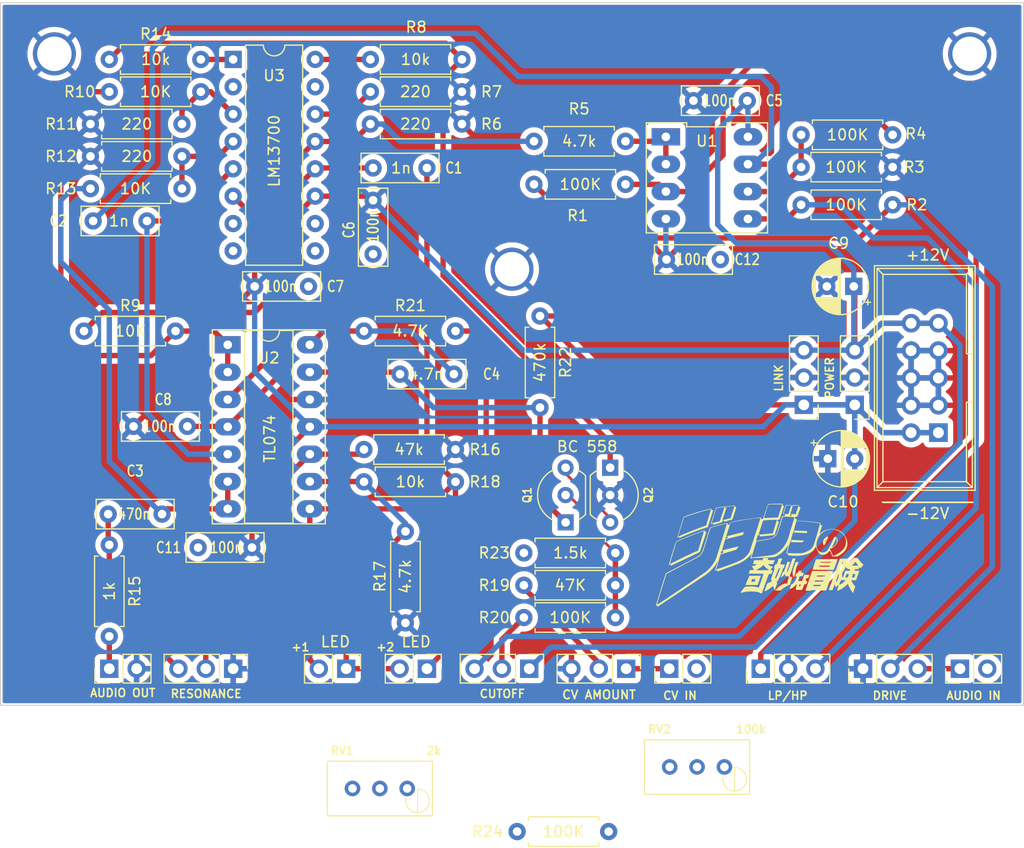
<source format=kicad_pcb>
(kicad_pcb (version 20221018) (generator pcbnew)
  (layers (0 "F.Cu" signal) (31 "B.Cu" signal) (34 "B.Paste" user) (35 "F.Paste" user) (36 "B.SilkS" user "B.Silkscreen") (37 "F.SilkS" user "F.Silkscreen") (38 "B.Mask" user) (39 "F.Mask" user) (44 "Edge.Cuts" user))
  (net 0 "")
  (net 1 "+12V")
  (net 2 "Net-(R20-Pad1)")
  (net 3 "-12V")
  (net 4 "Net-(J2-PadT)")
  (net 5 "Net-(R19-Pad1)")
  (net 6 "GND")
  (net 7 "Net-(R16-Pad2)")
  (net 8 "Net-(C3-Pad2)")
  (net 9 "Net-(J1-PadT)")
  (net 10 "Net-(R1-Pad1)")
  (net 11 "Net-(R1-Pad2)")
  (net 12 "Net-(R2-Pad2)")
  (net 13 "Net-(R24-Pad1)")
  (net 14 "Net-(R23-Pad1)")
  (net 15 "Net-(R14-Pad2)")
  (net 16 "Net-(CV1-Pad2)")
  (net 17 "Net-(U1A-+)")
  (net 18 "Net-(U1B-+)")
  (net 23 "Net-(U2C-+)")
  (net 24 "Net-(CUTOFF1-Pad2)")
  (net 25 "Net-(DRIVE1-Pad2)")
  (net 26 "Net-(R8-Pad2)")
  (net 27 "CUT")
  (net 28 "Net-(+1-K)")
  (net 29 "Net-(+1-A)")
  (net 30 "Net-(C4-Pad1)")
  (net 31 "Net-(Q1-C)")
  (net 32 "Net-(Q1-B)")
  (net 33 "Net-(C2-Pad2)")
  (net 34 "Net-(J3-PadT)")
  (net 35 "Net-(Q1-E)")
  (net 37 "Net-(U3C-+)")
  (net 38 "Net-(U3C--)")
  (net 39 "Net-(U2B-+)")
  (net 40 "Net-(U2A-+)")
  (net 41 "Net-(U3A--)")
  (net 42 "Net-(U3A-+)")
  (net 44 "Net-(U2A--)")
  (net 45 "Net-(U2B--)")
  (net 46 "Net-(U1A--)")
  (net 47 "Net-(U1B--)")
  (footprint "ao_tht:Potentiometer_Bourns_3296W_Vertical" (layer "F.Cu") (at 146.56 141.1)
    (fp_text reference "RV2")
    (fp_text value "100k")
  )
  (footprint "KOSMO:R" (layer "F.Cu") (at 91.975 120.975 -90)
    (fp_text reference "R15")
    (fp_text value "1k")
  )
  (footprint "KOSMO:R" (layer "F.Cu") (at 164.225 88.895 180)
    (fp_text reference "R2")
    (fp_text value "100K")
  )
  (footprint "KOSMO:BOX cap" (layer "F.Cu") (at 99.225 109.475 180)
    (fp_text reference "C8")
    (fp_text value "100n")
  )
  (footprint "KOSMO:R" (layer "F.Cu") (at 131.915 86.995)
    (fp_text reference "R1")
    (fp_text value "100K")
  )
  (footprint "KOSMO:R" (layer "F.Cu") (at 164.225 85.395 180)
    (fp_text reference "R3")
    (fp_text value "100K")
  )
  (footprint "ao_tht:PinHeader_1x03_P2.54mm_Vertical" (layer "F.Cu") (at 156.475 104.975 90)
    (fp_text reference "LINK")
    (fp_text value "POWER" hide)
  )
  (footprint "ao_tht:PinHeader_1x03_P2.54mm_Vertical" (layer "F.Cu") (at 100.975 131.975 180)
    (fp_text reference "RESONANCE")
    (fp_text value "100K" hide)
  )
  (footprint "ao_tht:PinHeader_1x02_P2.54mm_Vertical" (layer "F.Cu") (at 144.975 131.975)
    (fp_text reference "J2" hide)
    (fp_text value "CV IN")
  )
  (footprint "KOSMO:BOX cap" (layer "F.Cu") (at 95.475 90.395 180)
    (fp_text reference "C2")
    (fp_text value "1n")
  )
  (footprint "KOSMO:BOX cap" (layer "F.Cu") (at 116.475 93.475 90)
    (fp_text reference "C6")
    (fp_text value "100n")
  )
  (footprint "ao_tht:PinHeader_1x03_P2.54mm_Vertical" (layer "F.Cu") (at 164.475 131.975)
    (fp_text reference "DRIVE")
    (fp_text value "100K" hide)
  )
  (footprint "ao_tht:PinHeader_1x03_P2.54mm_Vertical" (layer "F.Cu") (at 128.475 131.975 180)
    (fp_text reference "CUTOFF")
    (fp_text value "100K")
  )
  (footprint "KOSMO:R" (layer "F.Cu") (at 116.125 114.62)
    (fp_text reference "R18")
    (fp_text value "10k")
  )
  (footprint "KOSMO:R" (layer "F.Cu") (at 123.625 111.62 180)
    (fp_text reference "R16")
    (fp_text value "47k")
  )
  (footprint "KOSMO:BOX cap" (layer "F.Cu") (at 100.225 120.725)
    (fp_text reference "C11")
    (fp_text value "100n")
  )
  (footprint "KOSMO:BOX cap" (layer "F.Cu") (at 123.975 104.62 180)
    (fp_text reference "C4")
    (fp_text value "4.7n")
  )
  (footprint "KOSMO:R" (layer "F.Cu") (at 98.225 87.395 180)
    (fp_text reference "R13")
    (fp_text value "10K")
  )
  (footprint "ao_tht:PinHeader_1x02_P2.54mm_Vertical" (layer "F.Cu") (at 120.475 131.975 180)
    (fp_text reference "+2")
    (fp_text value "LED")
  )
  (footprint "KOSMO:R" (layer "F.Cu") (at 130.35 147.1)
    (fp_text reference "R24")
    (fp_text value "100K")
  )
  (footprint "ao_tht:PinHeader_1x03_P2.54mm_Vertical" (layer "F.Cu") (at 161.205 104.975 90)
    (fp_text reference "POWER")
    (fp_text value "POWER" hide)
  )
  (footprint "KOSMO:TL072" (layer "F.Cu") (at 147.475 86.395 -90)
    (fp_text reference "U1")
    (fp_text value "TL072")
  )
  (footprint "ao_tht:PinHeader_1x02_P2.54mm_Vertical" (layer "F.Cu") (at 92.975 131.975)
    (fp_text reference "AUDIO OUT")
    (fp_text value "AUDIO OUT" hide)
  )
  (footprint "KOSMO:R" (layer "F.Cu") (at 92.475 78.395)
    (fp_text reference "R10")
    (fp_text value "10K")
  )
  (footprint "KOSMO:R" (layer "F.Cu") (at 90.725 84.395)
    (fp_text reference "R12")
    (fp_text value "220")
  )
  (footprint "KOSMO:JOJO ICON" (layer "F.Cu") (at 152.475 121.475)
    (fp_text reference "G***" hide)
    (fp_text value "LOGO" hide)
  )
  (footprint "KOSMO:R" (layer "F.Cu") (at 131.975 99.725 -90)
    (fp_text reference "R22")
    (fp_text value "470k")
  )
  (footprint "ao_tht:PinHeader_1x03_P2.54mm_Vertical" (layer "F.Cu") (at 137.475 131.975 180)
    (fp_text reference "RV4" hide)
    (fp_text value "CV AMOUNT")
  )
  (footprint "KOSMO:R" (layer "F.Cu") (at 90.725 81.395)
    (fp_text reference "R11")
    (fp_text value "220")
  )
  (footprint "KOSMO:Power_Header" (layer "F.Cu") (at 168.975 110.055 180)
    (fp_text reference "J0" hide)
    (fp_text value "POWER")
  )
  (footprint "Package_DIP:DIP-16_W7.62mm" (layer "F.Cu") (at 103.475 75.395)
    (fp_text reference "U3")
    (fp_text value "LM13700")
  )
  (footprint "KOSMO:R" (layer "F.Cu") (at 139.415 82.995 180)
    (fp_text reference "R5")
    (fp_text value "4.7k")
  )
  (footprint "KOSMO:R" (layer "F.Cu") (at 124.225 78.395 180)
    (fp_text reference "R7")
    (fp_text value "220")
  )
  (footprint "KOSMO:R" (layer "F.Cu") (at 119.475 127.225 90)
    (fp_text reference "R17")
    (fp_text value "4.7k")
  )
  (footprint "ao_tht:Potentiometer_Bourns_3296W_Vertical" (layer "F.Cu") (at 117.1 143.1)
    (fp_text reference "RV1")
    (fp_text value "1k")
  )
  (footprint "KOSMO:BOX cap" (layer "F.Cu") (at 110.475 96.475 180)
    (fp_text reference "C7")
    (fp_text value "100n")
  )
  (footprint "ao_tht:PinHeader_1x02_P2.54mm_Vertical" (layer "F.Cu") (at 171.975 131.975)
    (fp_text reference "J1" hide)
    (fp_text value "AUDIO IN")
  )
  (footprint "KOSMO:BOX cap" (layer "F.Cu") (at 148.725 93.975 180)
    (fp_text reference "C12")
    (fp_text value "100n")
  )
  (footprint "KOSMO:R" (layer "F.Cu") (at 124.225 75.395 180)
    (fp_text reference "R8")
    (fp_text value "10k")
  )
  (footprint "ao_tht:PinHeader_1x02_P2.54mm_Vertical" (layer "F.Cu") (at 112.975 131.975 180)
    (fp_text reference "+1")
    (fp_text value "LED")
  )
  (footprint "ao_tht:TO-92_Inline_Wide" (layer "F.Cu") (at 134.35 118.39 90)
    (fp_text reference "Q1")
    (fp_text value "TO-92_Inline_Wide" hide)
  )
  (footprint "KOSMO:TL074" (layer "F.Cu") (at 102.975 101.895)
    (fp_text reference "U2")
    (fp_text value "TL074")
  )
  (footprint "KOSMO:Kosmo_Panel_Mounting_Hole" (layer "F.Cu") (at 86.875 74.875)
    (fp_text reference "REF**" hide)
    (fp_text value "Kosmo_Panel_Mounting_Hole" hide)
  )
  (footprint "KOSMO:Elec CAP" (layer "F.Cu") (at 158.705 112.475)
    (fp_text reference "C10")
    (fp_text value "10u" hide)
  )
  (footprint "ao_tht:TO-92_Inline_Wide" (layer "F.Cu") (at 138.49 113.31 -90)
    (fp_text reference "Q2")
    (fp_text value "TO-92_Inline_Wide" hide)
  )
  (footprint "KOSMO:BOX cap" (layer "F.Cu") (at 96.875 117.62 180)
    (fp_text reference "C3")
    (fp_text value "470n")
  )
  (footprint "KOSMO:R" (layer "F.Cu") (at 116.125 100.62)
    (fp_text reference "R21")
    (fp_text value "4.7K")
  )
  (footprint "ao_tht:PinHeader_1x03_P2.54mm_Vertical" (layer "F.Cu") (at 154.975 131.975)
    (fp_text reference "LP/HP")
    (fp_text value "100K" hide)
  )
  (footprint "KOSMO:R" (layer "F.Cu") (at 92.475 75.395)
    (fp_text reference "R14")
    (fp_text value "10k")
  )
  (footprint "KOSMO:R" (layer "F.Cu") (at 130.975 121.225)
    (fp_text reference "R23")
    (fp_text value "1.5k")
  )
  (footprint "KOSMO:BOX cap" (layer "F.Cu") (at 151.225 79.225 180)
    (fp_text reference "C5")
    (fp_text value "100n")
  )
  (footprint "KOSMO:Elec CAP" (layer "F.Cu") (at 161.115225 96.475 180)
    (fp_text reference "C9")
    (fp_text value "10u" hide)
  )
  (footprint "KOSMO:BOX cap" (layer "F.Cu") (at 116.475 85.475)
    (fp_text reference "C1")
    (fp_text value "1n")
  )
  (footprint "KOSMO:R" (layer "F.Cu") (at 156.725 82.395)
    (fp_text reference "R4")
    (fp_text value "100K")
  )
  (footprint "KOSMO:R" (layer "F.Cu") (at 90.125 100.62)
    (fp_text reference "R9")
    (fp_text value "10K")
  )
  (footprint "KOSMO:R" (layer "F.Cu") (at 130.975 127.225)
    (fp_text reference "R20")
    (fp_text value "100K")
  )
  (footprint "KOSMO:Kosmo_Panel_Mounting_Hole" (layer "F.Cu") (at 171.875 74.875)
    (fp_text reference "REF**" hide)
    (fp_text value "Kosmo_Panel_Mounting_Hole" hide)
  )
  (footprint "KOSMO:R" (layer "F.Cu") (at 124.225 81.395 180)
    (fp_text reference "R6")
    (fp_text value "220")
  )
  (footprint "KOSMO:R" (layer "F.Cu") (at 130.975 124.225)
    (fp_text reference "R19")
    (fp_text value "47K")
  )
  (footprint "KOSMO:Kosmo_Panel_Mounting_Hole" (layer "F.Cu") (at 129.375 94.875)
    (fp_text reference "REF**" hide)
    (fp_text value "Kosmo_Panel_Mounting_Hole" hide)
  )
  (gr_rect (start 81.875 70.125) (end 176.875 135.375) (stroke (width 0.1)) (fill none) (layer "Edge.Cuts"))
  (segment (start 103.015 109.475) (end 102.975 109.475) (width 0.5) (layer "F.Cu") (net 1))
  (segment (start 161.205 96.564775) (end 161.115225 96.475) (width 0.5) (layer "F.Cu") (net 1))
  (segment (start 102.935 109.475) (end 102.975 109.515) (width 0.5) (layer "F.Cu") (net 1))
  (segment (start 99.225 109.475) (end 102.935 109.475) (width 0.5) (layer "F.Cu") (net 1))
  (segment (start 116.095 88.095) (end 116.475 88.475) (width 0.5) (layer "F.Cu") (net 1))
  (segment (start 163.705 99.895) (end 166.435 99.895) (width 0.5) (layer "F.Cu") (net 1))
  (segment (start 161.205 102.395) (end 163.705 99.895) (width 0.5) (layer "F.Cu") (net 1))
  (segment (start 108.475 104.015) (end 103.015 109.475) (width 0.5) (layer "F.Cu") (net 1))
  (segment (start 111.095 88.095) (end 108.475 90.715) (width 0.5) (layer "F.Cu") (net 1))
  (segment (start 168.975 99.895) (end 166.435 99.895) (width 0.5) (layer "F.Cu") (net 1))
  (segment (start 108.475 90.715) (end 108.475 104.015) (width 0.5) (layer "F.Cu") (net 1))
  (segment (start 161.205 102.395) (end 161.205 96.564775) (width 0.5) (layer "F.Cu") (net 1))
  (segment (start 111.095 88.095) (end 116.095 88.095) (width 0.5) (layer "F.Cu") (net 1))
  (segment (start 132.975 129.975) (end 151.975 129.975) (width 0.5) (layer "B.Cu") (net 1))
  (segment (start 163.705 99.895) (end 161.205 102.395) (width 0.5) (layer "B.Cu") (net 1))
  (segment (start 148.475 90.725) (end 150.225 92.475) (width 0.5) (layer "B.Cu") (net 1))
  (segment (start 150.225 92.475) (end 158.725 92.475) (width 0.5) (layer "B.Cu") (net 1))
  (segment (start 166.435 99.895) (end 163.705 99.895) (width 0.5) (layer "B.Cu") (net 1))
  (segment (start 161.115225 102.305225) (end 161.205 102.395) (width 0.5) (layer "B.Cu") (net 1))
  (segment (start 151.975 129.975) (end 170.975 110.975) (width 0.5) (layer "B.Cu") (net 1))
  (segment (start 148.475 81.975) (end 148.475 90.725) (width 0.5) (layer "B.Cu") (net 1))
  (segment (start 161.115225 94.865225) (end 161.115225 96.475) (width 0.5) (layer "B.Cu") (net 1))
  (segment (start 130.975 131.975) (end 132.975 129.975) (width 0.5) (layer "B.Cu") (net 1))
  (segment (start 161.115225 96.475) (end 161.115225 102.305225) (width 0.5) (layer "B.Cu") (net 1))
  (segment (start 151.225 79.225) (end 148.475 81.975) (width 0.5) (layer "B.Cu") (net 1))
  (segment (start 170.975 101.895) (end 168.975 99.895) (width 0.5) (layer "B.Cu") (net 1))
  (segment (start 151.285 82.585) (end 151.285 79.285) (width 0.5) (layer "B.Cu") (net 1))
  (segment (start 170.975 110.975) (end 170.975 101.895) (width 0.5) (layer "B.Cu") (net 1))
  (segment (start 158.725 92.475) (end 161.115225 94.865225) (width 0.5) (layer "B.Cu") (net 1))
  (segment (start 116.475 88.475) (end 130.395 102.395) (width 0.5) (layer "B.Cu") (net 1))
  (segment (start 151.285 79.285) (end 151.225 79.225) (width 0.5) (layer "B.Cu") (net 1))
  (segment (start 168.975 99.895) (end 166.435 99.895) (width 0.5) (layer "B.Cu") (net 1))
  (segment (start 130.395 102.395) (end 161.205 102.395) (width 0.5) (layer "B.Cu") (net 1))
  (segment (start 128.435 129.265) (end 130.475 127.225) (width 0.5) (layer "F.Cu") (net 2))
  (segment (start 128.435 131.975) (end 128.435 129.265) (width 0.5) (layer "F.Cu") (net 2))
  (segment (start 140.265 107.475) (end 161.205 107.475) (width 0.5) (layer "F.Cu") (net 3))
  (segment (start 105.225 114.885) (end 105.225 120.475) (width 0.5) (layer "F.Cu") (net 3))
  (segment (start 131.975 99.225) (end 132.015 99.225) (width 0.5) (layer "F.Cu") (net 3))
  (segment (start 161.205 107.475) (end 163.785 110.055) (width 0.5) (layer "F.Cu") (net 3))
  (segment (start 138.475 99.225) (end 143.725 93.975) (width 0.5) (layer "F.Cu") (net 3))
  (segment (start 168.975 110.055) (end 166.435 110.055) (width 0.5) (layer "F.Cu") (net 3))
  (segment (start 161.205 107.475) (end 161.205 112.475) (width 0.5) (layer "F.Cu") (net 3))
  (segment (start 131.975 99.225) (end 138.475 99.225) (width 0.5) (layer "F.Cu") (net 3))
  (segment (start 132.015 99.225) (end 140.265 107.475) (width 0.5) (layer "F.Cu") (net 3))
  (segment (start 103.475 88.095) (end 105.475 90.095) (width 0.5) (layer "F.Cu") (net 3))
  (segment (start 110.595 109.515) (end 105.225 114.885) (width 0.5) (layer "F.Cu") (net 3))
  (segment (start 163.785 110.055) (end 166.435 110.055) (width 0.5) (layer "F.Cu") (net 3))
  (segment (start 105.475 90.095) (end 105.475 96.475) (width 0.5) (layer "F.Cu") (net 3))
  (segment (start 110.595 109.515) (end 152.685 109.515) (width 0.5) (layer "B.Cu") (net 3))
  (segment (start 161.205 118.245) (end 161.205 112.475) (width 0.5) (layer "B.Cu") (net 3))
  (segment (start 161.205 107.475) (end 163.785 110.055) (width 0.5) (layer "B.Cu") (net 3))
  (segment (start 161.205 107.475) (end 161.205 112.475) (width 0.5) (layer "B.Cu") (net 3))
  (segment (start 143.665 90.205) (end 143.665 93.915) (width 0.5) (layer "B.Cu") (net 3))
  (segment (start 125.895 131.975) (end 128.895 128.975) (width 0.5) (layer "B.Cu") (net 3))
  (segment (start 150.475 128.975) (end 161.205 118.245) (width 0.5) (layer "B.Cu") (net 3))
  (segment (start 152.685 109.515) (end 154.725 107.475) (width 0.5) (layer "B.Cu") (net 3))
  (segment (start 163.785 110.055) (end 166.435 110.055) (width 0.5) (layer "B.Cu") (net 3))
  (segment (start 105.475 96.475) (end 105.475 104.395) (width 0.5) (layer "B.Cu") (net 3))
  (segment (start 166.435 110.055) (end 168.975 110.055) (width 0.5) (layer "B.Cu") (net 3))
  (segment (start 128.895 128.975) (end 150.475 128.975) (width 0.5) (layer "B.Cu") (net 3))
  (segment (start 154.725 107.475) (end 161.205 107.475) (width 0.5) (layer "B.Cu") (net 3))
  (segment (start 105.475 104.395) (end 110.595 109.515) (width 0.5) (layer "B.Cu") (net 3))
  (segment (start 139.975 131.975) (end 143.975 131.975) (width 0.5) (layer "F.Cu") (net 4))
  (segment (start 130.475 124.475) (end 130.475 124.225) (width 0.5) (layer "F.Cu") (net 5))
  (segment (start 137.435 131.435) (end 130.475 124.475) (width 0.5) (layer "F.Cu") (net 5))
  (segment (start 137.435 131.975) (end 137.435 131.435) (width 0.5) (layer "F.Cu") (net 5))
  (segment (start 100.935 129.015) (end 106.935 123.015) (width 0.5) (layer "F.Cu") (net 7))
  (segment (start 100.935 131.975) (end 100.935 129.015) (width 0.5) (layer "F.Cu") (net 7))
  (segment (start 115.19 112.055) (end 115.625 111.62) (width 0.5) (layer "F.Cu") (net 7))
  (segment (start 106.935 115.715) (end 110.595 112.055) (width 0.5) (layer "F.Cu") (net 7))
  (segment (start 110.595 112.055) (end 115.19 112.055) (width 0.5) (layer "F.Cu") (net 7))
  (segment (start 106.935 123.015) (end 106.935 115.715) (width 0.5) (layer "F.Cu") (net 7))
  (segment (start 91.975 125.555) (end 98.395 131.975) (width 0.5) (layer "F.Cu") (net 8))
  (segment (start 91.975 120.475) (end 91.975 125.555) (width 0.5) (layer "F.Cu") (net 8))
  (segment (start 91.875 120.375) (end 91.975 120.475) (width 0.5) (layer "F.Cu") (net 8))
  (segment (start 91.875 117.62) (end 91.875 120.375) (width 0.5) (layer "F.Cu") (net 8))
  (segment (start 166.975 131.975) (end 170.975 131.975) (width 0.5) (layer "F.Cu") (net 9))
  (segment (start 161.645 91.975) (end 164.725 88.895) (width 0.5) (layer "F.Cu") (net 10))
  (segment (start 131.415 86.995) (end 136.395 91.975) (width 0.5) (layer "F.Cu") (net 10))
  (segment (start 136.395 91.975) (end 161.645 91.975) (width 0.5) (layer "F.Cu") (net 10))
  (segment (start 173.975 122.515) (end 164.515 131.975) (width 0.5) (layer "B.Cu") (net 10))
  (segment (start 173.975 96.475) (end 173.975 122.515) (width 0.5) (layer "B.Cu") (net 10))
  (segment (start 166.395 88.895) (end 173.975 96.475) (width 0.5) (layer "B.Cu") (net 10))
  (segment (start 164.725 88.895) (end 166.395 88.895) (width 0.5) (layer "B.Cu") (net 10))
  (segment (start 172.475 83.975) (end 164.475 75.975) (width 0.5) (layer "F.Cu") (net 11))
  (segment (start 148.975 84.29) (end 145.6 87.665) (width 0.5) (layer "F.Cu") (net 11))
  (segment (start 139.915 86.995) (end 142.995 86.995) (width 0.5) (layer "F.Cu") (net 11))
  (segment (start 142.995 86.995) (end 143.665 87.665) (width 0.5) (layer "F.Cu") (net 11))
  (segment (start 164.475 75.975) (end 151.475 75.975) (width 0.5) (layer "F.Cu") (net 11))
  (segment (start 151.475 75.975) (end 148.975 78.475) (width 0.5) (layer "F.Cu") (net 11))
  (segment (start 145.6 87.665) (end 143.665 87.665) (width 0.5) (layer "F.Cu") (net 11))
  (segment (start 172.475 110.625) (end 172.475 83.975) (width 0.5) (layer "F.Cu") (net 11))
  (segment (start 152.475 131.975) (end 152.475 130.625) (width 0.5) (layer "F.Cu") (net 11))
  (segment (start 152.475 130.625) (end 172.475 110.625) (width 0.5) (layer "F.Cu") (net 11))
  (segment (start 148.975 78.475) (end 148.975 84.29) (width 0.5) (layer "F.Cu") (net 11))
  (segment (start 154.915 90.205) (end 156.225 88.895) (width 0.5) (layer "F.Cu") (net 12))
  (segment (start 151.285 90.205) (end 154.915 90.205) (width 0.5) (layer "F.Cu") (net 12))
  (segment (start 156.225 88.895) (end 159.83202 88.895) (width 0.5) (layer "B.Cu") (net 12))
  (segment (start 167.975 91.975) (end 172.475 96.475) (width 0.5) (layer "B.Cu") (net 12))
  (segment (start 162.91202 91.975) (end 167.975 91.975) (width 0.5) (layer "B.Cu") (net 12))
  (segment (start 159.83202 88.895) (end 162.91202 91.975) (width 0.5) (layer "B.Cu") (net 12))
  (segment (start 172.475 96.475) (end 172.475 117.055) (width 0.5) (layer "B.Cu") (net 12))
  (segment (start 172.475 117.055) (end 157.555 131.975) (width 0.5) (layer "B.Cu") (net 12))
  (segment (start 100.475 75.395) (end 103.475 75.395) (width 0.5) (layer "F.Cu") (net 15))
  (segment (start 111.095 75.395) (end 116.225 75.395) (width 0.5) (layer "F.Cu") (net 26))
  (segment (start 122.975 95.475) (end 138.49 110.99) (width 0.5) (layer "F.Cu") (net 27))
  (segment (start 122.975 77.145) (end 122.975 95.475) (width 0.5) (layer "F.Cu") (net 27))
  (segment (start 124.725 75.395) (end 122.975 77.145) (width 0.5) (layer "F.Cu") (net 27))
  (segment (start 91.975 75.395) (end 93.475 73.895) (width 0.5) (layer "F.Cu") (net 27))
  (segment (start 123.225 73.895) (end 124.725 75.395) (width 0.5) (layer "F.Cu") (net 27))
  (segment (start 138.49 110.99) (end 138.49 113.31) (width 0.5) (layer "F.Cu") (net 27))
  (segment (start 93.475 73.895) (end 123.225 73.895) (width 0.5) (layer "F.Cu") (net 27))
  (segment (start 113.975 131.975) (end 118.935 131.975) (width 0.5) (layer "F.Cu") (net 28))
  (segment (start 115.6 114.595) (end 115.625 114.62) (width 0.5) (layer "F.Cu") (net 28))
  (segment (start 113.975 124.725) (end 119.475 119.225) (width 0.5) (layer "F.Cu") (net 28))
  (segment (start 113.975 131.975) (end 113.975 124.725) (width 0.5) (layer "F.Cu") (net 28))
  (segment (start 110.595 114.595) (end 115.6 114.595) (width 0.5) (layer "F.Cu") (net 28))
  (segment (start 115.625 114.62) (end 119.475 118.47) (width 0.5) (layer "B.Cu") (net 28))
  (segment (start 119.475 118.47) (end 119.475 119.225) (width 0.5) (layer "B.Cu") (net 28))
  (segment (start 124.125 129.325) (end 121.475 131.975) (width 0.5) (layer "F.Cu") (net 29))
  (segment (start 110.595 117.135) (end 110.595 131.135) (width 0.5) (layer "F.Cu") (net 29))
  (segment (start 110.595 117.135) (end 121.61 117.135) (width 0.5) (layer "F.Cu") (net 29))
  (segment (start 121.61 117.135) (end 124.125 114.62) (width 0.5) (layer "F.Cu") (net 29))
  (segment (start 121.475 85.475) (end 121.475 111.97) (width 0.5) (layer "F.Cu") (net 29))
  (segment (start 110.595 131.135) (end 111.435 131.975) (width 0.5) (layer "F.Cu") (net 29))
  (segment (start 124.125 114.62) (end 124.125 129.325) (width 0.5) (layer "F.Cu") (net 29))
  (segment (start 121.475 111.97) (end 124.125 114.62) (width 0.5) (layer "F.Cu") (net 29))
  (segment (start 115.625 100.62) (end 111.87 100.62) (width 0.5) (layer "F.Cu") (net 30))
  (segment (start 111.87 100.62) (end 110.595 101.895) (width 0.5) (layer "F.Cu") (net 30))
  (segment (start 115.625 100.62) (end 119.975 100.62) (width 0.5) (layer "B.Cu") (net 30))
  (segment (start 119.975 100.62) (end 123.975 104.62) (width 0.5) (layer "B.Cu") (net 30))
  (segment (start 118.79 104.435) (end 118.975 104.62) (width 0.5) (layer "F.Cu") (net 31))
  (segment (start 131.975 116.015) (end 134.35 118.39) (width 0.5) (layer "F.Cu") (net 31))
  (segment (start 131.975 108.645) (end 131.975 116.015) (width 0.5) (layer "F.Cu") (net 31))
  (segment (start 110.595 104.435) (end 118.79 104.435) (width 0.5) (layer "F.Cu") (net 31))
  (segment (start 118.975 104.62) (end 122.08 107.725) (width 0.5) (layer "B.Cu") (net 31))
  (segment (start 122.08 107.725) (end 131.975 107.725) (width 0.5) (layer "B.Cu") (net 31))
  (segment (start 136.35 117.6) (end 136.35 118.6) (width 0.25) (layer "F.Cu") (net 32))
  (segment (start 136.35 118.6) (end 138.975 121.225) (width 0.25) (layer "F.Cu") (net 32))
  (segment (start 138.975 124.225) (end 138.975 127.225) (width 0.5) (layer "F.Cu") (net 32))
  (segment (start 134.35 115.85) (end 134.6 115.85) (width 0.25) (layer "F.Cu") (net 32))
  (segment (start 134.6 115.85) (end 136.35 117.6) (width 0.25) (layer "F.Cu") (net 32))
  (segment (start 138.975 121.225) (end 138.975 124.225) (width 0.5) (layer "F.Cu") (net 32))
  (segment (start 154.475 84.395) (end 154.475 81.895) (width 0.5) (layer "F.Cu") (net 33))
  (segment (start 154.475 81.895) (end 155.475 80.895) (width 0.5) (layer "F.Cu") (net 33))
  (segment (start 153.745 85.125) (end 154.475 84.395) (width 0.5) (layer "F.Cu") (net 33))
  (segment (start 151.285 85.125) (end 153.745 85.125) (width 0.5) (layer "F.Cu") (net 33))
  (segment (start 155.475 80.895) (end 163.225 80.895) (width 0.5) (layer "F.Cu") (net 33))
  (segment (start 163.225 80.895) (end 164.725 82.395) (width 0.5) (layer "F.Cu") (net 33))
  (segment (start 90.475 90.395) (end 95.975 84.895) (width 0.5) (layer "B.Cu") (net 33))
  (segment (start 153.475 77.975) (end 153.475 83.475) (width 0.5) (layer "B.Cu") (net 33))
  (segment (start 97.395 72.975) (end 125.975 72.975) (width 0.5) (layer "B.Cu") (net 33))
  (segment (start 152.475 76.975) (end 153.475 77.975) (width 0.5) (layer "B.Cu") (net 33))
  (segment (start 95.975 84.895) (end 95.975 74.395) (width 0.5) (layer "B.Cu") (net 33))
  (segment (start 125.975 72.975) (end 129.975 76.975) (width 0.5) (layer "B.Cu") (net 33))
  (segment (start 151.825 85.125) (end 151.285 85.125) (width 0.5) (layer "B.Cu") (net 33))
  (segment (start 153.475 83.475) (end 151.825 85.125) (width 0.5) (layer "B.Cu") (net 33))
  (segment (start 129.975 76.975) (end 152.475 76.975) (width 0.5) (layer "B.Cu") (net 33))
  (segment (start 95.975 74.395) (end 97.395 72.975) (width 0.5) (layer "B.Cu") (net 33))
  (segment (start 91.975 128.975) (end 91.975 131.975) (width 0.5) (layer "F.Cu") (net 34))
  (segment (start 125.7 100.62) (end 126.975 101.895) (width 0.5) (layer "F.Cu") (net 35))
  (segment (start 138.49 117.99) (end 134.35 113.85) (width 0.25) (layer "F.Cu") (net 35))
  (segment (start 134.35 113.85) (end 134.35 113.31) (width 0.25) (layer "F.Cu") (net 35))
  (segment (start 124.125 100.62) (end 125.7 100.62) (width 0.5) (layer "F.Cu") (net 35))
  (segment (start 126.975 101.895) (end 126.975 111.185) (width 0.5) (layer "F.Cu") (net 35))
  (segment (start 138.49 118.39) (end 138.49 117.99) (width 0.25) (layer "F.Cu") (net 35))
  (segment (start 100.475 78.395) (end 101.395 78.395) (width 0.5) (layer "F.Cu") (net 37))
  (segment (start 98.725 80.145) (end 100.475 78.395) (width 0.5) (layer "F.Cu") (net 37))
  (segment (start 101.395 78.395) (end 103.475 80.475) (width 0.5) (layer "F.Cu") (net 37))
  (segment (start 98.725 81.395) (end 98.725 80.145) (width 0.5) (layer "F.Cu") (net 37))
  (segment (start 102.095 84.395) (end 103.475 83.015) (width 0.5) (layer "F.Cu") (net 38))
  (segment (start 98.725 84.395) (end 102.095 84.395) (width 0.5) (layer "F.Cu") (net 38))
  (segment (start 98.725 87.395) (end 98.725 84.395) (width 0.5) (layer "F.Cu") (net 38))
  (segment (start 98.635 90.395) (end 103.475 85.555) (width 0.5) (layer "F.Cu") (net 39))
  (segment (start 95.475 90.395) (end 98.635 90.395) (width 0.5) (layer "F.Cu") (net 39))
  (segment (start 99.305 112.055) (end 95.475 108.225) (width 0.5) (layer "B.Cu") (net 39))
  (segment (start 95.475 108.225) (end 95.475 90.395) (width 0.5) (layer "B.Cu") (net 39))
  (segment (start 102.975 112.055) (end 99.305 112.055) (width 0.5) (layer "B.Cu") (net 39))
  (segment (start 107.725 102.225) (end 107.725 88.925) (width 0.5) (layer "F.Cu") (net 40))
  (segment (start 111.175 85.475) (end 111.095 85.555) (width 0.5) (layer "F.Cu") (net 40))
  (segment (start 107.725 88.925) (end 111.095 85.555) (width 0.5) (layer "F.Cu") (net 40))
  (segment (start 116.475 85.475) (end 111.175 85.475) (width 0.5) (layer "F.Cu") (net 40))
  (segment (start 102.975 106.975) (end 107.725 102.225) (width 0.5) (layer "F.Cu") (net 40))
  (segment (start 105.475 98.895) (end 106.975 97.395) (width 0.5) (layer "F.Cu") (net 41))
  (segment (start 114.605 83.015) (end 116.225 81.395) (width 0.5) (layer "F.Cu") (net 41))
  (segment (start 106.975 97.395) (end 106.975 87.135) (width 0.5) (layer "F.Cu") (net 41))
  (segment (start 89.625 100.62) (end 91.35 98.895) (width 0.5) (layer "F.Cu") (net 41))
  (segment (start 91.35 98.895) (end 105.475 98.895) (width 0.5) (layer "F.Cu") (net 41))
  (segment (start 111.095 83.015) (end 114.605 83.015) (width 0.5) (layer "F.Cu") (net 41))
  (segment (start 106.975 87.135) (end 111.095 83.015) (width 0.5) (layer "F.Cu") (net 41))
  (segment (start 116.225 81.395) (end 117.395 81.395) (width 0.5) (layer "B.Cu") (net 41))
  (segment (start 118.995 82.995) (end 131.415 82.995) (width 0.5) (layer "B.Cu") (net 41))
  (segment (start 117.395 81.395) (end 118.995 82.995) (width 0.5) (layer "B.Cu") (net 41))
  (segment (start 111.095 80.475) (end 114.145 80.475) (width 0.5) (layer "F.Cu") (net 42))
  (segment (start 114.145 80.475) (end 116.225 78.395) (width 0.5) (layer "F.Cu") (net 42))
  (segment (start 98.125 100.62) (end 101.7 100.62) (width 0.5) (layer "F.Cu") (net 44))
  (segment (start 91.975 78.395) (end 90.225 78.395) (width 0.5) (layer "F.Cu") (net 44))
  (segment (start 88.975 102.895) (end 95.85 102.895) (width 0.5) (layer "F.Cu") (net 44))
  (segment (start 90.225 78.395) (end 87.475 81.145) (width 0.5) (layer "F.Cu") (net 44))
  (segment (start 87.475 101.395) (end 88.975 102.895) (width 0.5) (layer "F.Cu") (net 44))
  (segment (start 101.7 100.62) (end 102.975 101.895) (width 0.5) (layer "F.Cu") (net 44))
  (segment (start 102.975 104.435) (end 102.975 101.895) (width 0.5) (layer "F.Cu") (net 44))
  (segment (start 95.85 102.895) (end 98.125 100.62) (width 0.5) (layer "F.Cu") (net 44))
  (segment (start 87.475 81.145) (end 87.475 101.395) (width 0.5) (layer "F.Cu") (net 44))
  (segment (start 102.975 117.135) (end 97.36 117.135) (width 0.5) (layer "F.Cu") (net 45))
  (segment (start 102.975 114.595) (end 102.975 117.135) (width 0.5) (layer "F.Cu") (net 45))
  (segment (start 97.36 117.135) (end 96.875 117.62) (width 0.5) (layer "F.Cu") (net 45))
  (segment (start 87.475 88.475) (end 88.555 87.395) (width 0.5) (layer "B.Cu") (net 45))
  (segment (start 96.875 117.62) (end 91.975 112.72) (width 0.5) (layer "B.Cu") (net 45))
  (segment (start 88.555 87.395) (end 90.225 87.395) (width 0.5) (layer "B.Cu") (net 45))
  (segment (start 91.975 98.685) (end 87.475 94.185) (width 0.5) (layer "B.Cu") (net 45))
  (segment (start 87.475 94.185) (end 87.475 88.475) (width 0.5) (layer "B.Cu") (net 45))
  (segment (start 91.975 112.72) (end 91.975 98.685) (width 0.5) (layer "B.Cu") (net 45))
  (segment (start 143.665 85.125) (end 143.665 82.585) (width 0.5) (layer "F.Cu") (net 46))
  (segment (start 139.915 82.995) (end 143.255 82.995) (width 0.5) (layer "F.Cu") (net 46))
  (segment (start 143.255 82.995) (end 143.665 82.585) (width 0.5) (layer "F.Cu") (net 46))
  (segment (start 151.285 87.665) (end 153.955 87.665) (width 0.5) (layer "F.Cu") (net 47))
  (segment (start 153.955 87.665) (end 156.225 85.395) (width 0.5) (layer "F.Cu") (net 47))
  (segment (start 156.225 82.395) (end 156.225 85.395) (width 0.5) (layer "F.Cu") (net 47))
  (zone (net 6) (net_name "GND") (layer "F.Cu") (connect_pads (clearance 0.508)) (min_thickness 0.254) (fill yes (thermal_gap 0.508) (thermal_bridge_width 0.508))
    (polygon (pts (xy 176.875 135.375) (xy 81.875 135.375) (xy 81.875 69.875) (xy 176.875 69.875)))
  )
  (zone (net 6) (net_name "GND") (layer "B.Cu") (connect_pads (clearance 0.508)) (min_thickness 0.254) (fill yes (thermal_gap 0.508) (thermal_bridge_width 0.508))
    (polygon (pts (xy 176.875 135.375) (xy 81.875 135.375) (xy 81.875 69.875) (xy 176.875 69.875)))
  )
)
</source>
